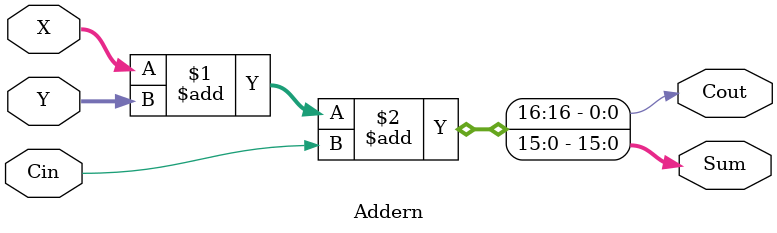
<source format=v>
module Addern (Cin, X, Y, Sum, Cout);
	parameter n = 16;
	input Cin;
	input [n-1:0] X, Y;
	output [n-1:0] Sum;
	output Cout;

	assign {Cout, Sum} = X + Y + Cin;

endmodule

</source>
